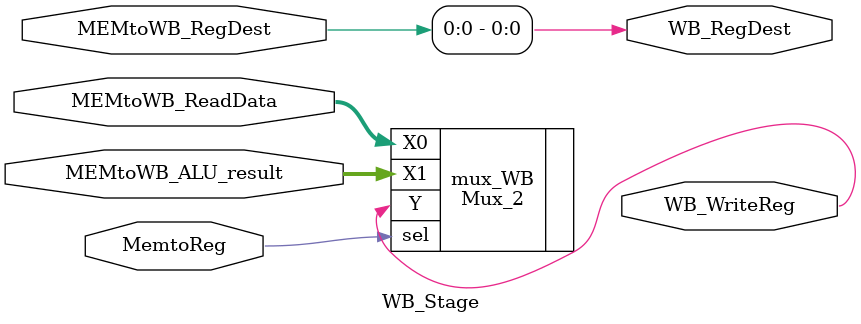
<source format=v>
module WB_Stage(
    // datapath input
    input wire [31:0] MEMtoWB_ReadData,
    input wire [31:0] MEMtoWB_ALU_result,
    input wire [4:0] MEMtoWB_RegDest,

    // control input
    input wire MemtoReg,

    // datapath output
    output wire WB_WriteReg,
    output wire WB_RegDest
    );
    
    Mux_2 mux_WB
    (
        .X0(MEMtoWB_ReadData), .X1(MEMtoWB_ALU_result),
        .sel(MemtoReg),
        .Y(WB_WriteReg)
    );

    assign WB_RegDest = MEMtoWB_RegDest;
    
endmodule

</source>
